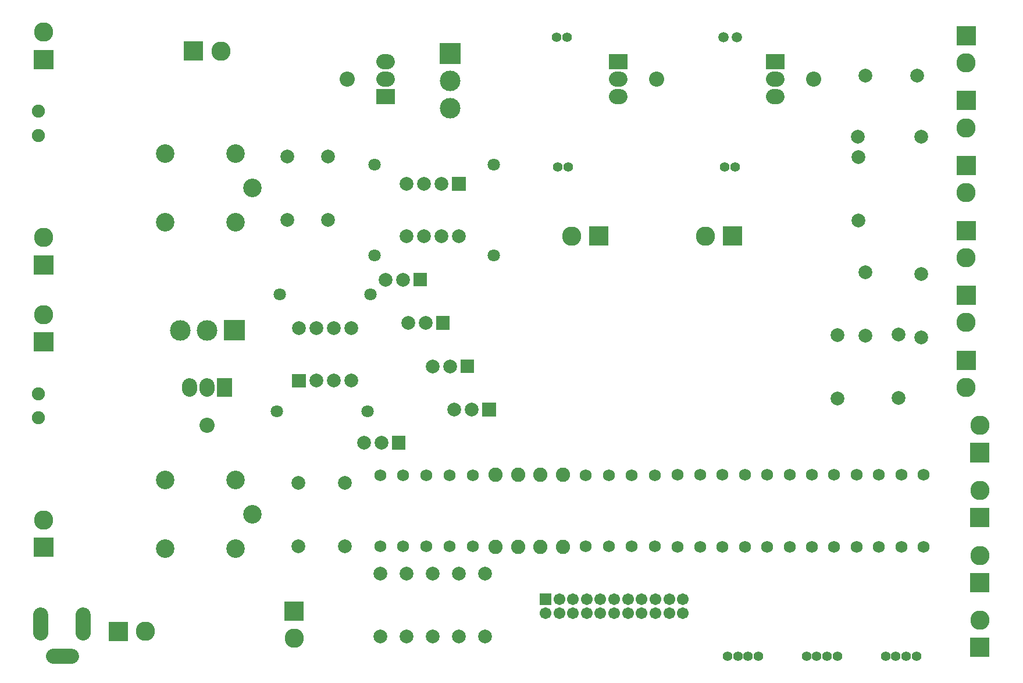
<source format=gbs>
G04 Layer: BottomSolderMaskLayer*
G04 EasyEDA v6.4.12, 2021-01-10T11:05:15--5:00*
G04 3145a8addab9457ba1f20b0dac4bbc5f,47ca9d6388974ffcabec7368213608ff,10*
G04 Gerber Generator version 0.2*
G04 Scale: 100 percent, Rotated: No, Reflected: No *
G04 Dimensions in inches *
G04 leading zeros omitted , absolute positions ,3 integer and 6 decimal *
%FSLAX36Y36*%
%MOIN*%

%ADD49C,0.0867*%
%ADD51C,0.0552*%
%ADD52C,0.0680*%
%ADD56C,0.0789*%
%ADD60C,0.1104*%
%ADD64C,0.0671*%
%ADD66C,0.0820*%
%ADD67C,0.0710*%
%ADD70C,0.1064*%
%ADD71C,0.0552*%
%ADD73C,0.0592*%
%ADD75C,0.1182*%
%ADD76C,0.0749*%

%LPD*%
D49*
X2150158Y3400599D02*
G01*
X2169841Y3400599D01*
X2150158Y3500599D02*
G01*
X2169841Y3500599D01*
X1137489Y1621446D02*
G01*
X1137489Y1641131D01*
X1037489Y1621446D02*
G01*
X1037489Y1641131D01*
X3502663Y3400610D02*
G01*
X3482978Y3400610D01*
X3502663Y3300610D02*
G01*
X3482978Y3300610D01*
X4402663Y3400610D02*
G01*
X4382978Y3400610D01*
X4402663Y3300610D02*
G01*
X4382978Y3300610D01*
X427040Y328701D02*
G01*
X427040Y226338D01*
X182959Y226338D02*
G01*
X182959Y328701D01*
X360120Y92469D02*
G01*
X257759Y92469D01*
D51*
G01*
X5202129Y93260D03*
G01*
X5143029Y93260D03*
G01*
X5083930Y93260D03*
G01*
X5024930Y93260D03*
D52*
G01*
X4987299Y719059D03*
G01*
X4987299Y1132449D03*
G01*
X4602969Y719059D03*
G01*
X4602969Y1132449D03*
G01*
X5115420Y719059D03*
G01*
X5115420Y1132449D03*
G01*
X5243530Y719070D03*
G01*
X5243530Y1132460D03*
G36*
X2106800Y3257199D02*
G01*
X2106800Y3344000D01*
X2213199Y3344000D01*
X2213199Y3257199D01*
G37*
G36*
X1194099Y1578099D02*
G01*
X1194099Y1684499D01*
X1280900Y1684499D01*
X1280900Y1578099D01*
G37*
D49*
G01*
X1940000Y3400599D03*
G01*
X1137479Y1416289D03*
G36*
X2540600Y2760599D02*
G01*
X2540600Y2839400D01*
X2619399Y2839400D01*
X2619399Y2760599D01*
G37*
D56*
G01*
X2480000Y2800000D03*
G01*
X2380000Y2800000D03*
G01*
X2280000Y2800000D03*
G01*
X2280000Y2500000D03*
G01*
X2380000Y2500000D03*
G01*
X2480000Y2500000D03*
G01*
X2580000Y2500000D03*
G36*
X1623100Y1631799D02*
G01*
X1623100Y1710700D01*
X1701899Y1710700D01*
X1701899Y1631799D01*
G37*
G01*
X1762489Y1671260D03*
G01*
X1862489Y1671260D03*
G01*
X1962489Y1671260D03*
G01*
X1962489Y1971260D03*
G01*
X1862489Y1971260D03*
G01*
X1762489Y1971260D03*
G01*
X1662489Y1971260D03*
G36*
X3439600Y3457199D02*
G01*
X3439600Y3544000D01*
X3546000Y3544000D01*
X3546000Y3457199D01*
G37*
G36*
X4339600Y3457199D02*
G01*
X4339600Y3544000D01*
X4446000Y3544000D01*
X4446000Y3457199D01*
G37*
G01*
X1596040Y2593899D03*
G01*
X1596040Y2956100D03*
G01*
X2278530Y567109D03*
G01*
X2278530Y204909D03*
G01*
X1831040Y2593899D03*
G01*
X1831040Y2956100D03*
G01*
X1661170Y723899D03*
G01*
X1661170Y1086100D03*
G01*
X1925000Y723899D03*
G01*
X1925000Y1086100D03*
G01*
X2578530Y567109D03*
G01*
X2578530Y204909D03*
G01*
X2728530Y567109D03*
G01*
X2728530Y204909D03*
G01*
X2128530Y567109D03*
G01*
X2128530Y204909D03*
G01*
X5098530Y1936399D03*
G01*
X5098530Y1574200D03*
G01*
X4748530Y1569659D03*
G01*
X4748530Y1931860D03*
G01*
X4908530Y2291860D03*
G01*
X4908530Y1929659D03*
G01*
X4868530Y2951860D03*
G01*
X4868530Y2589659D03*
G01*
X4867430Y3070760D03*
G01*
X5229629Y3070760D03*
G01*
X5228530Y2281399D03*
G01*
X5228530Y1919200D03*
G01*
X2428530Y567109D03*
G01*
X2428530Y204909D03*
G36*
X571900Y179400D02*
G01*
X571900Y289800D01*
X682199Y289800D01*
X682199Y179400D01*
G37*
D60*
G01*
X782960Y234600D03*
D64*
G01*
X3863710Y340630D03*
G01*
X3863710Y419369D03*
G01*
X3784970Y340630D03*
G01*
X3784970Y419369D03*
G01*
X3706229Y340630D03*
G01*
X3706229Y419369D03*
G01*
X3627489Y340630D03*
G01*
X3627489Y419369D03*
G01*
X3548750Y340630D03*
G01*
X3548750Y419369D03*
G01*
X3470010Y340630D03*
G01*
X3470010Y419369D03*
G01*
X3391270Y340630D03*
G01*
X3391270Y419369D03*
G01*
X3312529Y340630D03*
G01*
X3312529Y419369D03*
G01*
X3233789Y340630D03*
G01*
X3233789Y419369D03*
G01*
X3155050Y340630D03*
G01*
X3155050Y419369D03*
G01*
X3076310Y340630D03*
G36*
X3042799Y385799D02*
G01*
X3042799Y452899D01*
X3109799Y452899D01*
X3109799Y385799D01*
G37*
D51*
G01*
X4749629Y93260D03*
G01*
X4690529Y93260D03*
G01*
X4631430Y93260D03*
G01*
X4572430Y93260D03*
D52*
G01*
X4731080Y719059D03*
G01*
X4731080Y1132449D03*
G01*
X4859200Y719059D03*
G01*
X4859200Y1132449D03*
G01*
X3834309Y719059D03*
G01*
X3834309Y1132449D03*
G01*
X4474859Y719059D03*
G01*
X4474859Y1132449D03*
D51*
G01*
X4297129Y93260D03*
G01*
X4238029Y93260D03*
G01*
X4178930Y93260D03*
G01*
X4119930Y93260D03*
D52*
G01*
X3962420Y719059D03*
G01*
X3962420Y1132449D03*
G01*
X4218639Y719059D03*
G01*
X4218639Y1132449D03*
G01*
X4090529Y719059D03*
G01*
X4090529Y1132449D03*
G01*
X4346750Y719059D03*
G01*
X4346750Y1132449D03*
D66*
G01*
X3046869Y1132440D03*
G01*
X3046869Y719059D03*
G01*
X2918209Y1132440D03*
G01*
X2918209Y719059D03*
G01*
X3175529Y1132440D03*
G01*
X3175529Y719059D03*
G01*
X2789549Y1132440D03*
G01*
X2789549Y719059D03*
D67*
G01*
X2095000Y2390160D03*
G01*
X2095000Y2909839D03*
G01*
X2054840Y1495000D03*
G01*
X1535159Y1495000D03*
D70*
G01*
X897330Y2971849D03*
G01*
X897330Y2578150D03*
G01*
X1298930Y2578150D03*
G01*
X1298930Y2971849D03*
G01*
X1397330Y2775050D03*
G01*
X897330Y1101849D03*
G01*
X897330Y708150D03*
G01*
X1298930Y708150D03*
G01*
X1298930Y1101849D03*
G01*
X1397330Y905050D03*
D49*
G01*
X3712820Y3400599D03*
G01*
X4612820Y3400599D03*
G36*
X2319099Y2211300D02*
G01*
X2319099Y2290200D01*
X2398000Y2290200D01*
X2398000Y2211300D01*
G37*
D56*
G01*
X2258530Y2250760D03*
G01*
X2158530Y2250760D03*
G36*
X2449099Y1963000D02*
G01*
X2449099Y2041900D01*
X2528000Y2041900D01*
X2528000Y1963000D01*
G37*
G01*
X2388530Y2002420D03*
G01*
X2288530Y2002420D03*
G36*
X2589099Y1714699D02*
G01*
X2589099Y1793499D01*
X2668000Y1793499D01*
X2668000Y1714699D01*
G37*
G01*
X2528530Y1754090D03*
G01*
X2428530Y1754090D03*
G36*
X2714099Y1466300D02*
G01*
X2714099Y1545199D01*
X2793000Y1545199D01*
X2793000Y1466300D01*
G37*
G01*
X2653530Y1505760D03*
G01*
X2553530Y1505760D03*
G36*
X2195600Y1275599D02*
G01*
X2195600Y1354400D01*
X2274399Y1354400D01*
X2274399Y1275599D01*
G37*
G01*
X2135000Y1315000D03*
G01*
X2035000Y1315000D03*
D71*
G01*
X3199549Y3640000D03*
G01*
X3140450Y3640000D03*
G01*
X3147240Y2896170D03*
G01*
X3206340Y2896170D03*
G01*
X4104729Y2896170D03*
G01*
X4163829Y2896170D03*
D73*
G01*
X4174369Y3640000D03*
G01*
X4095630Y3640000D03*
D52*
G01*
X3703959Y723000D03*
G01*
X3703959Y1128519D03*
G01*
X3571360Y723000D03*
G01*
X3571360Y1128519D03*
G01*
X3438760Y723000D03*
G01*
X3438760Y1128519D03*
G01*
X3306170Y1128519D03*
G01*
X3306170Y723000D03*
G01*
X2261130Y1128519D03*
G01*
X2261130Y723000D03*
G01*
X2393720Y1128519D03*
G01*
X2393720Y723000D03*
G01*
X2526319Y723000D03*
G01*
X2526319Y1128519D03*
G01*
X2658919Y723000D03*
G01*
X2658919Y1128519D03*
G01*
X2128530Y723000D03*
G01*
X2128530Y1128519D03*
D67*
G01*
X1552659Y2166260D03*
G01*
X2072340Y2166260D03*
G01*
X2780000Y2909839D03*
G01*
X2780000Y2390160D03*
G36*
X3325600Y2444800D02*
G01*
X3325600Y2555200D01*
X3436000Y2555200D01*
X3436000Y2444800D01*
G37*
D60*
G01*
X3224859Y2500000D03*
G36*
X4092799Y2444800D02*
G01*
X4092799Y2555200D01*
X4203100Y2555200D01*
X4203100Y2444800D01*
G37*
G01*
X3992039Y2500000D03*
G36*
X1579799Y296799D02*
G01*
X1579799Y407199D01*
X1690200Y407199D01*
X1690200Y296799D01*
G37*
G01*
X1635000Y196069D03*
G36*
X5509799Y87600D02*
G01*
X5509799Y198000D01*
X5620200Y198000D01*
X5620200Y87600D01*
G37*
G01*
X5565000Y298719D03*
G36*
X5509799Y459699D02*
G01*
X5509799Y570100D01*
X5620200Y570100D01*
X5620200Y459699D01*
G37*
G01*
X5565000Y670839D03*
G36*
X5509799Y1204000D02*
G01*
X5509799Y1314299D01*
X5620200Y1314299D01*
X5620200Y1204000D01*
G37*
G01*
X5565000Y1415079D03*
G36*
X5509799Y831900D02*
G01*
X5509799Y942199D01*
X5620200Y942199D01*
X5620200Y831900D01*
G37*
G01*
X5565000Y1042950D03*
G36*
X5431899Y2477199D02*
G01*
X5431899Y2587500D01*
X5542200Y2587500D01*
X5542200Y2477199D01*
G37*
G01*
X5487049Y2376430D03*
G36*
X5431899Y2849299D02*
G01*
X5431899Y2959600D01*
X5542200Y2959600D01*
X5542200Y2849299D01*
G37*
G01*
X5487049Y2748550D03*
G36*
X5431899Y3221399D02*
G01*
X5431899Y3331799D01*
X5542200Y3331799D01*
X5542200Y3221399D01*
G37*
G01*
X5487049Y3120670D03*
G36*
X5431899Y3593499D02*
G01*
X5431899Y3703899D01*
X5542200Y3703899D01*
X5542200Y3593499D01*
G37*
G01*
X5487049Y3492800D03*
G36*
X5431899Y2105000D02*
G01*
X5431899Y2215399D01*
X5542200Y2215399D01*
X5542200Y2105000D01*
G37*
G01*
X5487049Y2004310D03*
G36*
X5431899Y1732899D02*
G01*
X5431899Y1843299D01*
X5542200Y1843299D01*
X5542200Y1732899D01*
G37*
G01*
X5487049Y1632190D03*
G36*
X2470900Y3486799D02*
G01*
X2470900Y3605000D01*
X2589099Y3605000D01*
X2589099Y3486799D01*
G37*
D75*
G01*
X2530000Y3389989D03*
G01*
X2530000Y3234090D03*
G36*
X1234300Y1900900D02*
G01*
X1234300Y2019099D01*
X1352500Y2019099D01*
X1352500Y1900900D01*
G37*
G01*
X1137470Y1960000D03*
G01*
X981570Y1960000D03*
D56*
G01*
X5208140Y3420760D03*
G01*
X4908930Y3420760D03*
G36*
X1003900Y3504800D02*
G01*
X1003900Y3615200D01*
X1114300Y3615200D01*
X1114300Y3504800D01*
G37*
D60*
G01*
X1214989Y3560010D03*
G36*
X144699Y2280000D02*
G01*
X144699Y2390399D01*
X255100Y2390399D01*
X255100Y2280000D01*
G37*
G01*
X199879Y2491109D03*
G36*
X144699Y661900D02*
G01*
X144699Y772199D01*
X255100Y772199D01*
X255100Y661900D01*
G37*
G01*
X199890Y872950D03*
G36*
X144699Y1838699D02*
G01*
X144699Y1949099D01*
X255100Y1949099D01*
X255100Y1838699D01*
G37*
G01*
X199879Y2049800D03*
D76*
G01*
X170749Y3077159D03*
G01*
X170749Y3214949D03*
G01*
X170749Y1459000D03*
G01*
X170749Y1596790D03*
G36*
X144699Y3456900D02*
G01*
X144699Y3567199D01*
X255100Y3567199D01*
X255100Y3456900D01*
G37*
D60*
G01*
X199879Y3667950D03*
M02*

</source>
